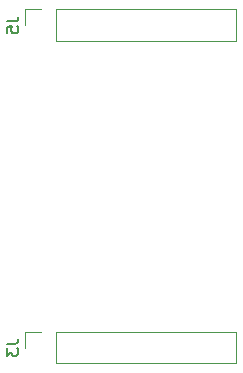
<source format=gbo>
G04 #@! TF.FileFunction,Legend,Bot*
%FSLAX46Y46*%
G04 Gerber Fmt 4.6, Leading zero omitted, Abs format (unit mm)*
G04 Created by KiCad (PCBNEW 4.0.7-e1-6374~58~ubuntu16.04.1) date Wed Aug  2 11:39:58 2017*
%MOMM*%
%LPD*%
G01*
G04 APERTURE LIST*
%ADD10C,0.100000*%
%ADD11C,0.120000*%
%ADD12C,0.150000*%
G04 APERTURE END LIST*
D10*
D11*
X185480000Y-129480000D02*
X185480000Y-132140000D01*
X170180000Y-129480000D02*
X185480000Y-129480000D01*
X170180000Y-132140000D02*
X185480000Y-132140000D01*
X170180000Y-129480000D02*
X170180000Y-132140000D01*
X168910000Y-129480000D02*
X167580000Y-129480000D01*
X167580000Y-129480000D02*
X167580000Y-130810000D01*
X185480000Y-102175000D02*
X185480000Y-104835000D01*
X170180000Y-102175000D02*
X185480000Y-102175000D01*
X170180000Y-104835000D02*
X185480000Y-104835000D01*
X170180000Y-102175000D02*
X170180000Y-104835000D01*
X168910000Y-102175000D02*
X167580000Y-102175000D01*
X167580000Y-102175000D02*
X167580000Y-103505000D01*
D12*
X166032381Y-130476667D02*
X166746667Y-130476667D01*
X166889524Y-130429047D01*
X166984762Y-130333809D01*
X167032381Y-130190952D01*
X167032381Y-130095714D01*
X166032381Y-130857619D02*
X166032381Y-131476667D01*
X166413333Y-131143333D01*
X166413333Y-131286191D01*
X166460952Y-131381429D01*
X166508571Y-131429048D01*
X166603810Y-131476667D01*
X166841905Y-131476667D01*
X166937143Y-131429048D01*
X166984762Y-131381429D01*
X167032381Y-131286191D01*
X167032381Y-131000476D01*
X166984762Y-130905238D01*
X166937143Y-130857619D01*
X166032381Y-103171667D02*
X166746667Y-103171667D01*
X166889524Y-103124047D01*
X166984762Y-103028809D01*
X167032381Y-102885952D01*
X167032381Y-102790714D01*
X166032381Y-104124048D02*
X166032381Y-103647857D01*
X166508571Y-103600238D01*
X166460952Y-103647857D01*
X166413333Y-103743095D01*
X166413333Y-103981191D01*
X166460952Y-104076429D01*
X166508571Y-104124048D01*
X166603810Y-104171667D01*
X166841905Y-104171667D01*
X166937143Y-104124048D01*
X166984762Y-104076429D01*
X167032381Y-103981191D01*
X167032381Y-103743095D01*
X166984762Y-103647857D01*
X166937143Y-103600238D01*
M02*

</source>
